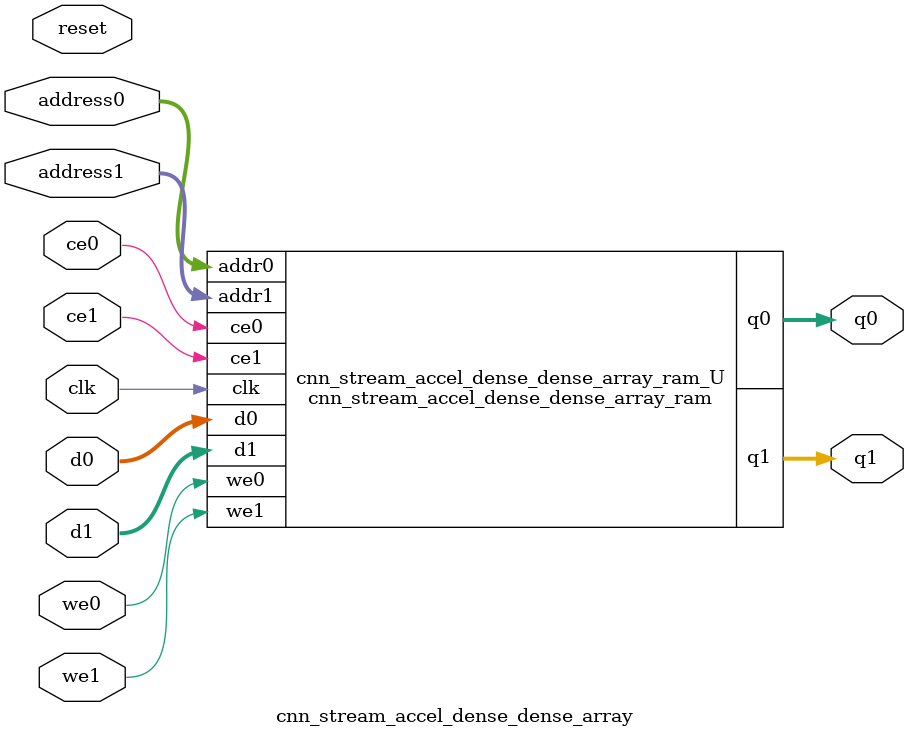
<source format=v>
`timescale 1 ns / 1 ps
module cnn_stream_accel_dense_dense_array_ram (addr0, ce0, d0, we0, q0, addr1, ce1, d1, we1, q1,  clk);

parameter DWIDTH = 32;
parameter AWIDTH = 4;
parameter MEM_SIZE = 10;

input[AWIDTH-1:0] addr0;
input ce0;
input[DWIDTH-1:0] d0;
input we0;
output reg[DWIDTH-1:0] q0;
input[AWIDTH-1:0] addr1;
input ce1;
input[DWIDTH-1:0] d1;
input we1;
output reg[DWIDTH-1:0] q1;
input clk;

reg [DWIDTH-1:0] ram[0:MEM_SIZE-1];




always @(posedge clk)  
begin 
    if (ce0) begin
        if (we0) 
            ram[addr0] <= d0; 
        q0 <= ram[addr0];
    end
end


always @(posedge clk)  
begin 
    if (ce1) begin
        if (we1) 
            ram[addr1] <= d1; 
        q1 <= ram[addr1];
    end
end


endmodule

`timescale 1 ns / 1 ps
module cnn_stream_accel_dense_dense_array(
    reset,
    clk,
    address0,
    ce0,
    we0,
    d0,
    q0,
    address1,
    ce1,
    we1,
    d1,
    q1);

parameter DataWidth = 32'd32;
parameter AddressRange = 32'd10;
parameter AddressWidth = 32'd4;
input reset;
input clk;
input[AddressWidth - 1:0] address0;
input ce0;
input we0;
input[DataWidth - 1:0] d0;
output[DataWidth - 1:0] q0;
input[AddressWidth - 1:0] address1;
input ce1;
input we1;
input[DataWidth - 1:0] d1;
output[DataWidth - 1:0] q1;



cnn_stream_accel_dense_dense_array_ram cnn_stream_accel_dense_dense_array_ram_U(
    .clk( clk ),
    .addr0( address0 ),
    .ce0( ce0 ),
    .we0( we0 ),
    .d0( d0 ),
    .q0( q0 ),
    .addr1( address1 ),
    .ce1( ce1 ),
    .we1( we1 ),
    .d1( d1 ),
    .q1( q1 ));

endmodule


</source>
